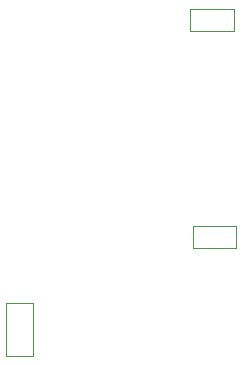
<source format=gbr>
G04 #@! TF.GenerationSoftware,KiCad,Pcbnew,5.1.7-a382d34a8~88~ubuntu18.04.1*
G04 #@! TF.CreationDate,2021-11-20T11:26:47+05:30*
G04 #@! TF.ProjectId,FrontEnd_switch_Normal_v1,46726f6e-7445-46e6-945f-737769746368,rev?*
G04 #@! TF.SameCoordinates,Original*
G04 #@! TF.FileFunction,Other,User*
%FSLAX46Y46*%
G04 Gerber Fmt 4.6, Leading zero omitted, Abs format (unit mm)*
G04 Created by KiCad (PCBNEW 5.1.7-a382d34a8~88~ubuntu18.04.1) date 2021-11-20 11:26:47*
%MOMM*%
%LPD*%
G01*
G04 APERTURE LIST*
%ADD10C,0.050000*%
G04 APERTURE END LIST*
D10*
X112920000Y-84439700D02*
X112920000Y-86339700D01*
X112920000Y-86339700D02*
X116620000Y-86339700D01*
X116620000Y-86339700D02*
X116620000Y-84439700D01*
X116620000Y-84439700D02*
X112920000Y-84439700D01*
X113105000Y-102804000D02*
X113105000Y-104704000D01*
X113105000Y-104704000D02*
X116805000Y-104704000D01*
X116805000Y-104704000D02*
X116805000Y-102804000D01*
X116805000Y-102804000D02*
X113105000Y-102804000D01*
X99608000Y-109345000D02*
X97308000Y-109345000D01*
X99608000Y-113845000D02*
X99608000Y-109345000D01*
X97308000Y-113845000D02*
X99608000Y-113845000D01*
X97308000Y-109345000D02*
X97308000Y-113845000D01*
M02*

</source>
